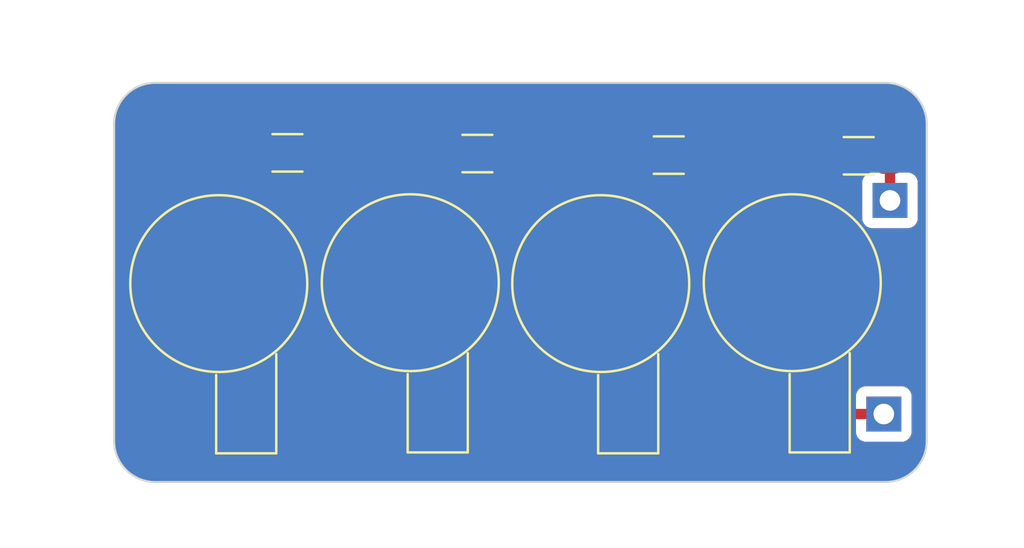
<source format=kicad_pcb>
(kicad_pcb (version 20221018) (generator pcbnew)
  (layers (0 "F.Cu" signal) (31 "B.Cu" signal) (34 "B.Paste" user) (35 "F.Paste" user) (36 "B.SilkS" user "B.Silkscreen") (37 "F.SilkS" user "F.Silkscreen") (38 "B.Mask" user) (39 "F.Mask" user) (44 "Edge.Cuts" user))
  (net 0 "")
  (footprint "LED_SMD:LED_1W_3W_R8" (layer "F.Cu") (at 129.672285 100.003131 90)
    (fp_text reference "REF**" hide)
    (fp_text value "LED_1W_3W_R8" hide)
    (fp_line (start -8.255 -0.127) (end -8.255 2.794) (stroke (width 0.12)) (layer "F.SilkS"))
    (fp_line (start -8.255 2.794) (end -3.429 2.794) (stroke (width 0.12)) (layer "F.SilkS"))
    (fp_line (start -4.445 -0.127) (end -8.255 -0.127) (stroke (width 0.12)) (layer "F.SilkS"))
    (fp_circle (center 0 0) (end -4.3 0) (stroke (width 0.12)) (fill none) (layer "F.SilkS"))
    (pad "1" smd rect (at -6.35 1.35 90) (size 3.5 2.7) (layers "F.Cu" "F.Paste" "F.Mask"))
    (pad "2" smd rect (at 6.35 -1.35 90) (size 3.5 2.7) (layers "F.Cu" "F.Paste" "F.Mask"))
    (pad "3" smd circle (at 0 0 90) (size 5.7 5.7) (layers "F.Cu" "F.Paste" "F.Mask"))
  )
  (footprint "" (layer "F.Cu") (at 161.987212 106.347347)
    (fp_text reference "" (at 0 0) (layer "F.SilkS") (effects (font (size 1.27 1.27))))
    (fp_text value "" (at 0 0) (layer "F.SilkS") (effects (font (size 1.27 1.27))))
    (pad "1" thru_hole rect (at 0 0 180) (size 1.7 1.7) (drill 1) (layers "*.Cu" "*.Mask"))
  )
  (footprint "LED_SMD:LED_1W_3W_R8" (layer "F.Cu") (at 148.233473 100.003131 90)
    (fp_text reference "REF**" hide)
    (fp_text value "LED_1W_3W_R8" hide)
    (fp_line (start -8.255 -0.127) (end -8.255 2.794) (stroke (width 0.12)) (layer "F.SilkS"))
    (fp_line (start -8.255 2.794) (end -3.429 2.794) (stroke (width 0.12)) (layer "F.SilkS"))
    (fp_line (start -4.445 -0.127) (end -8.255 -0.127) (stroke (width 0.12)) (layer "F.SilkS"))
    (fp_circle (center 0 0) (end -4.3 0) (stroke (width 0.12)) (fill none) (layer "F.SilkS"))
    (pad "1" smd rect (at -6.35 1.35 90) (size 3.5 2.7) (layers "F.Cu" "F.Paste" "F.Mask"))
    (pad "2" smd rect (at 6.35 -1.35 90) (size 3.5 2.7) (layers "F.Cu" "F.Paste" "F.Mask"))
    (pad "3" smd circle (at 0 0 90) (size 5.7 5.7) (layers "F.Cu" "F.Paste" "F.Mask"))
  )
  (footprint "LED_SMD:LED_1W_3W_R8" (layer "F.Cu") (at 157.539149 99.959236 90)
    (fp_text reference "REF**" hide)
    (fp_text value "LED_1W_3W_R8" hide)
    (fp_line (start -8.255 -0.127) (end -8.255 2.794) (stroke (width 0.12)) (layer "F.SilkS"))
    (fp_line (start -8.255 2.794) (end -3.429 2.794) (stroke (width 0.12)) (layer "F.SilkS"))
    (fp_line (start -4.445 -0.127) (end -8.255 -0.127) (stroke (width 0.12)) (layer "F.SilkS"))
    (fp_circle (center 0 0) (end -4.3 0) (stroke (width 0.12)) (fill none) (layer "F.SilkS"))
    (pad "1" smd rect (at -6.35 1.35 90) (size 3.5 2.7) (layers "F.Cu" "F.Paste" "F.Mask"))
    (pad "2" smd rect (at 6.35 -1.35 90) (size 3.5 2.7) (layers "F.Cu" "F.Paste" "F.Mask"))
    (pad "3" smd circle (at 0 0 90) (size 5.7 5.7) (layers "F.Cu" "F.Paste" "F.Mask"))
  )
  (footprint "Resistor_SMD:R_1206_3216Metric" (layer "F.Cu") (at 142.240103 93.678459)
    (fp_text reference "REF**" hide)
    (fp_text value "R_1206_3216Metric" hide)
    (fp_line (start -0.727064 -0.91) (end 0.727064 -0.91) (stroke (width 0.12)) (layer "F.SilkS"))
    (fp_line (start -0.727064 0.91) (end 0.727064 0.91) (stroke (width 0.12)) (layer "F.SilkS"))
    (pad "1" smd roundrect (at -1.4625 0) (size 1.125 1.75) (layers "F.Cu" "F.Paste" "F.Mask") (roundrect_rratio 0.222222))
    (pad "2" smd roundrect (at 1.4625 0) (size 1.125 1.75) (layers "F.Cu" "F.Paste" "F.Mask") (roundrect_rratio 0.222222))
  )
  (footprint "Resistor_SMD:R_1206_3216Metric" (layer "F.Cu") (at 160.767845 93.787154)
    (fp_text reference "REF**" hide)
    (fp_text value "R_1206_3216Metric" hide)
    (fp_line (start -0.727064 -0.91) (end 0.727064 -0.91) (stroke (width 0.12)) (layer "F.SilkS"))
    (fp_line (start -0.727064 0.91) (end 0.727064 0.91) (stroke (width 0.12)) (layer "F.SilkS"))
    (pad "1" smd roundrect (at -1.4625 0) (size 1.125 1.75) (layers "F.Cu" "F.Paste" "F.Mask") (roundrect_rratio 0.222222))
    (pad "2" smd roundrect (at 1.4625 0) (size 1.125 1.75) (layers "F.Cu" "F.Paste" "F.Mask") (roundrect_rratio 0.222222))
  )
  (footprint "Resistor_SMD:R_1206_3216Metric" (layer "F.Cu") (at 133.009675 93.645015)
    (fp_text reference "REF**" hide)
    (fp_text value "R_1206_3216Metric" hide)
    (fp_line (start -0.727064 -0.91) (end 0.727064 -0.91) (stroke (width 0.12)) (layer "F.SilkS"))
    (fp_line (start -0.727064 0.91) (end 0.727064 0.91) (stroke (width 0.12)) (layer "F.SilkS"))
    (pad "1" smd roundrect (at -1.4625 0) (size 1.125 1.75) (layers "F.Cu" "F.Paste" "F.Mask") (roundrect_rratio 0.222222))
    (pad "2" smd roundrect (at 1.4625 0) (size 1.125 1.75) (layers "F.Cu" "F.Paste" "F.Mask") (roundrect_rratio 0.222222))
  )
  (footprint "" (layer "F.Cu") (at 162.287964 95.958051)
    (fp_text reference "" (at 0 0) (layer "F.SilkS") (effects (font (size 1.27 1.27))))
    (fp_text value "" (at 0 0) (layer "F.SilkS") (effects (font (size 1.27 1.27))))
    (pad "1" thru_hole rect (at 0 0 180) (size 1.7 1.7) (drill 1) (layers "*.Cu" "*.Mask"))
  )
  (footprint "Resistor_SMD:R_1206_3216Metric" (layer "F.Cu") (at 151.537417 93.75371)
    (fp_text reference "REF**" hide)
    (fp_text value "R_1206_3216Metric" hide)
    (fp_line (start -0.727064 -0.91) (end 0.727064 -0.91) (stroke (width 0.12)) (layer "F.SilkS"))
    (fp_line (start -0.727064 0.91) (end 0.727064 0.91) (stroke (width 0.12)) (layer "F.SilkS"))
    (pad "1" smd roundrect (at -1.4625 0) (size 1.125 1.75) (layers "F.Cu" "F.Paste" "F.Mask") (roundrect_rratio 0.222222))
    (pad "2" smd roundrect (at 1.4625 0) (size 1.125 1.75) (layers "F.Cu" "F.Paste" "F.Mask") (roundrect_rratio 0.222222))
  )
  (footprint "LED_SMD:LED_1W_3W_R8" (layer "F.Cu") (at 138.977961 99.959236 90)
    (fp_text reference "REF**" hide)
    (fp_text value "LED_1W_3W_R8" hide)
    (fp_line (start -8.255 -0.127) (end -8.255 2.794) (stroke (width 0.12)) (layer "F.SilkS"))
    (fp_line (start -8.255 2.794) (end -3.429 2.794) (stroke (width 0.12)) (layer "F.SilkS"))
    (fp_line (start -4.445 -0.127) (end -8.255 -0.127) (stroke (width 0.12)) (layer "F.SilkS"))
    (fp_circle (center 0 0) (end -4.3 0) (stroke (width 0.12)) (fill none) (layer "F.SilkS"))
    (pad "1" smd rect (at -6.35 1.35 90) (size 3.5 2.7) (layers "F.Cu" "F.Paste" "F.Mask"))
    (pad "2" smd rect (at 6.35 -1.35 90) (size 3.5 2.7) (layers "F.Cu" "F.Paste" "F.Mask"))
    (pad "3" smd circle (at 0 0 90) (size 5.7 5.7) (layers "F.Cu" "F.Paste" "F.Mask"))
  )
  (gr_arc (start 164.070638 107.652746) (mid 163.484878 109.066986) (end 162.070638 109.652746) (stroke (width 0.1)) (layer "Edge.Cuts"))
  (gr_arc (start 126.588016 109.652746) (mid 125.173816 109.066946) (end 124.588016 107.652746) (stroke (width 0.1)) (layer "Edge.Cuts"))
  (gr_line (start 164.070638 92.241596) (end 164.070638 107.652746) (stroke (width 0.1)) (layer "Edge.Cuts"))
  (gr_line (start 124.588016 107.652746) (end 124.588016 92.241596) (stroke (width 0.1)) (layer "Edge.Cuts"))
  (gr_arc (start 124.588016 92.241596) (mid 125.173799 90.827379) (end 126.588016 90.241596) (stroke (width 0.1)) (layer "Edge.Cuts"))
  (gr_line (start 126.588016 90.241596) (end 162.070638 90.241596) (stroke (width 0.1)) (layer "Edge.Cuts"))
  (gr_arc (start 162.070638 90.241596) (mid 163.484843 90.827391) (end 164.070638 92.241596) (stroke (width 0.1)) (layer "Edge.Cuts"))
  (gr_line (start 162.070638 109.652746) (end 126.588016 109.652746) (stroke (width 0.1)) (layer "Edge.Cuts"))
  (segment (start 140.777603 93.678459) (end 137.697184 93.678459) (width 0.5) (layer "F.Cu") (net 0))
  (segment (start 131.547175 93.645015) (end 128.330401 93.645015) (width 0.5) (layer "F.Cu") (net 0))
  (segment (start 156.189149 93.609236) (end 159.127427 93.609236) (width 0.5) (layer "F.Cu") (net 0))
  (segment (start 158.845254 106.353131) (end 158.889149 106.309236) (width 0.5) (layer "F.Cu") (net 0))
  (segment (start 156.189149 93.609236) (end 156.044675 93.75371) (width 0.5) (layer "F.Cu") (net 0))
  (segment (start 161.987212 106.347347) (end 158.92726 106.347347) (width 0.5) (layer "F.Cu") (net 0))
  (segment (start 162.287964 93.844773) (end 162.230345 93.787154) (width 0.5) (layer "F.Cu") (net 0))
  (segment (start 137.592182 93.645015) (end 137.627961 93.609236) (width 0.5) (layer "F.Cu") (net 0))
  (segment (start 146.984052 93.75371) (end 150.074917 93.75371) (width 0.5) (layer "F.Cu") (net 0))
  (segment (start 159.127427 93.609236) (end 159.305345 93.787154) (width 0.5) (layer "F.Cu") (net 0))
  (segment (start 128.330401 93.645015) (end 128.322285 93.653131) (width 0.5) (layer "F.Cu") (net 0))
  (segment (start 146.858145 93.678459) (end 146.883473 93.653131) (width 0.5) (layer "F.Cu") (net 0))
  (segment (start 134.472175 93.645015) (end 137.592182 93.645015) (width 0.5) (layer "F.Cu") (net 0))
  (segment (start 131.022285 106.353131) (end 158.845254 106.353131) (width 0.5) (layer "F.Cu") (net 0))
  (segment (start 143.702603 93.678459) (end 146.858145 93.678459) (width 0.5) (layer "F.Cu") (net 0))
  (segment (start 158.92726 106.347347) (end 158.889149 106.309236) (width 0.5) (layer "F.Cu") (net 0))
  (segment (start 162.287964 95.958051) (end 162.287964 93.844773) (width 0.5) (layer "F.Cu") (net 0))
  (segment (start 137.697184 93.678459) (end 137.627961 93.609236) (width 0.5) (layer "F.Cu") (net 0))
  (segment (start 146.883473 93.653131) (end 146.984052 93.75371) (width 0.5) (layer "F.Cu") (net 0))
  (segment (start 156.044675 93.75371) (end 152.999917 93.75371) (width 0.5) (layer "F.Cu") (net 0))
  (zone (net 0) (net_name "") (layer "F.Cu") (connect_pads (clearance 0.5)) (min_thickness 0.25) (fill yes (thermal_gap 0.5) (thermal_bridge_width 0.5) (island_removal_mode 1) (island_area_min 10))
    (polygon (pts (xy 119.041485 86.210397) (xy 168.818075 86.718321) (xy 168.056189 112.876428) (xy 119.803371 112.622465)))
  )
  (zone (net 0) (net_name "") (layer "B.Cu") (priority 1) (connect_pads (clearance 0.5)) (min_thickness 0.25) (fill yes (thermal_gap 0.5) (thermal_bridge_width 0.5) (island_removal_mode 1) (island_area_min 10))
    (polygon (pts (xy 119.041485 86.210397) (xy 168.818075 86.718321) (xy 168.056189 112.876428) (xy 119.803371 112.622465)))
  )
)
</source>
